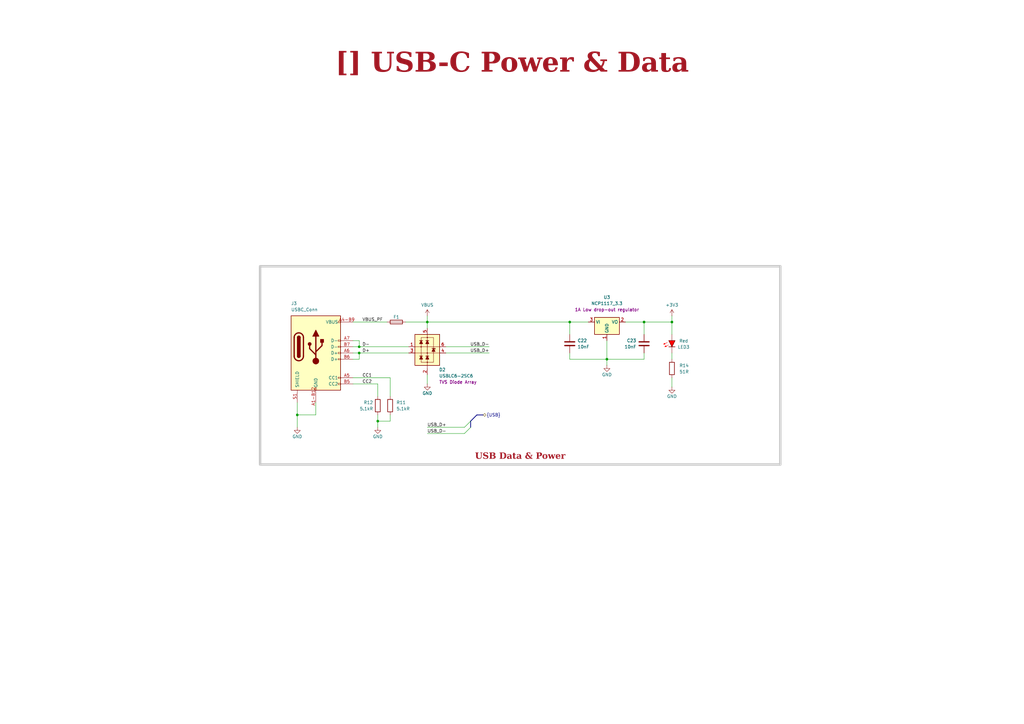
<source format=kicad_sch>
(kicad_sch (version 20250114) (generator "eeschema") (generator_version "9.0")
  (paper "A3")
  (title_block (title "USB-C Power & Data") (date "2026-01-04") (rev "${REVISION}") (company "${COMPANY}") (comment 1 "GRID - mil (1.27mm, 2.54mm)"))
  (lib_symbols
    (symbol "0_Connectors:USB4105-GF-A" (pin_names (offset 1.016))
      (property "Reference" "J" (at 10.16 34.544 0))
      (property "Value" "USB4105-GF-A" (at 10.16 32.004 0))
      (symbol "USB4105-GF-A_0_0"
        (rectangle (start 9.906 0) (end 10.414 1.016))
        (rectangle (start 19.304 28.194) (end 20.32 27.686))
        (rectangle (start 20.32 20.574) (end 19.304 20.066))
        (rectangle (start 20.32 18.034) (end 19.304 17.526))
        (rectangle (start 20.32 15.494) (end 19.304 14.986))
        (rectangle (start 20.32 12.954) (end 19.304 12.446))
        (rectangle (start 20.32 5.334) (end 19.304 4.826))
        (rectangle (start 20.32 2.794) (end 19.304 2.286))
      )
      (symbol "USB4105-GF-A_0_1"
        (rectangle (start 0 30.48) (end 20.32 0) (stroke (width 0.254)) (fill (type background)))
        (polyline (pts (xy 1.27 13.97) (xy 1.27 21.59)) (stroke (width 0.508)))
        (rectangle (start 2.54 13.97) (end 3.81 21.59) (stroke (width 0.254)) (fill (type outline)))
        (arc (start 2.54 21.59) (mid 3.175 22.2223) (end 3.81 21.59) (stroke (width 0.254)))
        (arc (start 2.54 21.59) (mid 3.175 22.2223) (end 3.81 21.59) (stroke (width 0.254)) (fill (type outline)))
        (arc (start 1.27 21.59) (mid 3.175 23.4867) (end 5.08 21.59) (stroke (width 0.508)))
        (arc (start 5.08 13.97) (mid 3.175 12.0733) (end 1.27 13.97) (stroke (width 0.508)))
        (arc (start 3.81 13.97) (mid 3.175 13.3377) (end 2.54 13.97) (stroke (width 0.254)))
        (arc (start 3.81 13.97) (mid 3.175 13.3377) (end 2.54 13.97) (stroke (width 0.254)) (fill (type outline)))
        (polyline (pts (xy 5.08 21.59) (xy 5.08 13.97)) (stroke (width 0.508)))
        (circle (center 7.62 18.923) (radius 0.635) (stroke (width 0.254)) (fill (type outline)))
        (polyline (pts (xy 8.89 22.098) (xy 10.16 24.638) (xy 11.43 22.098) (xy 8.89 22.098)) (stroke (width 0.254)) (fill (type outline)))
        (polyline (pts (xy 10.16 15.748) (xy 12.7 18.288) (xy 12.7 19.558)) (stroke (width 0.508)))
        (polyline (pts (xy 10.16 14.478) (xy 7.62 17.018) (xy 7.62 18.288)) (stroke (width 0.508)))
        (polyline (pts (xy 10.16 11.938) (xy 10.16 22.098)) (stroke (width 0.508)))
        (circle (center 10.16 11.938) (radius 1.27) (fill (type outline)))
        (rectangle (start 12.065 19.558) (end 13.335 20.828) (stroke (width 0.254)) (fill (type outline)))
      )
      (symbol "USB4105-GF-A_1_1"
        (pin passive line (at 2.54 -5.08 90) (length 5.08) (name "SHIELD") (number "S1"))
        (pin passive line (at 10.16 -5.08 90) (length 5.08) (name "GND") (number "A1-B12"))
        (pin passive line (at 10.16 -5.08 90) (length 5.08) (hide yes) (name "GND") (number "B1-A12"))
        (pin passive line (at 25.4 27.94 180) (length 5.08) (name "VBUS") (number "A4-B9"))
        (pin passive line (at 25.4 27.94 180) (length 5.08) (hide yes) (name "VBUS") (number "B4-A9"))
        (pin bidirectional line (at 25.4 20.32 180) (length 5.08) (name "D-") (number "A7"))
        (pin bidirectional line (at 25.4 17.78 180) (length 5.08) (name "D-") (number "B7"))
        (pin bidirectional line (at 25.4 15.24 180) (length 5.08) (name "D+") (number "A6"))
        (pin bidirectional line (at 25.4 12.7 180) (length 5.08) (name "D+") (number "B6"))
        (pin no_connect line (at 25.4 10.16 180) (length 5.08) (hide yes) (name "SBU1") (number "A8"))
        (pin no_connect line (at 25.4 7.62 180) (length 5.08) (hide yes) (name "SBU2") (number "B8"))
        (pin bidirectional line (at 25.4 5.08 180) (length 5.08) (name "CC1") (number "A5"))
        (pin bidirectional line (at 25.4 2.54 180) (length 5.08) (name "CC2") (number "B5"))
      )
    )
    (symbol "0_Passives:C" (pin_numbers (hide yes)) (pin_names (offset 0.254))
      (property "Reference" "C" (at 0.635 8.255 0))
      (property "Value" "C" (at 0.635 5.715 0))
      (symbol "C_0_1"
        (polyline (pts (xy 3.048 -2.032) (xy 3.048 2.032)) (stroke (width 0.508)))
        (polyline (pts (xy 4.572 -2.032) (xy 4.572 2.032)) (stroke (width 0.508)))
      )
      (symbol "C_0_2"
        (polyline (pts (xy -2.54 -2.54) (xy -0.381 -0.381)))
        (polyline (pts (xy -0.508 -0.508) (xy -1.651 0.635)) (stroke (width 0.508)))
        (polyline (pts (xy -0.508 -0.508) (xy 0.635 -1.651)) (stroke (width 0.508)))
        (polyline (pts (xy 0.381 0.381) (xy 2.54 2.54)))
        (polyline (pts (xy 0.508 0.508) (xy -0.635 1.651)) (stroke (width 0.508)))
        (polyline (pts (xy 0.508 0.508) (xy 1.651 -0.635)) (stroke (width 0.508)))
      )
      (symbol "C_1_1"
        (pin passive line (at 0 0 0) (length 2.794) (name "~") (number "1"))
        (pin passive line (at 7.62 0 180) (length 2.794) (name "~") (number "2"))
      )
      (symbol "C_1_2"
        (pin passive line (at -2.54 -2.54 90) (length 0) (name "~") (number "2"))
        (pin passive line (at 2.54 2.54 270) (length 0) (name "~") (number "1"))
      )
    )
    (symbol "0_Passives:Fuse" (pin_numbers (hide yes)) (pin_names (offset 0))
      (property "Reference" "F" (at 3.81 2.032 0))
      (property "Value" "Fuse" (at 3.81 -1.905 0))
      (symbol "Fuse_0_1"
        (polyline (pts (xy 1.27 0) (xy 6.35 0)))
        (rectangle (start 6.35 -0.762) (end 1.27 0.762) (stroke (width 0.254)))
      )
      (symbol "Fuse_1_1"
        (pin passive line (at 0 0 0) (length 1.27) (name "~") (number "1"))
        (pin passive line (at 7.62 0 180) (length 1.27) (name "~") (number "2"))
      )
    )
    (symbol "0_Passives:LED_R" (pin_numbers (hide yes)) (pin_names (offset 1.016) (hide yes))
      (property "Reference" "LED" (at 1.27 7.62 0))
      (property "Value" "Red" (at 1.27 5.08 0))
      (symbol "LED_R_0_1"
        (polyline (pts (xy 2.54 1.27) (xy 2.54 -1.27) (xy 5.08 0) (xy 2.54 1.27)) (stroke (width 0.254)) (fill (type color) (color 255 0 0 1)))
        (polyline (pts (xy 3.302 1.905) (xy 4.064 3.429)) (stroke (width 0.1524) (color 255 0 0 1)))
        (polyline (pts (xy 4.064 2.794) (xy 3.556 3.048) (xy 4.064 3.429) (xy 4.064 2.794)) (stroke (width 0) (color 255 0 0 1)) (fill (type outline)))
        (polyline (pts (xy 4.318 1.397) (xy 5.08 2.921)) (stroke (width 0.1524) (color 255 0 0 1)))
        (polyline (pts (xy 5.08 2.286) (xy 4.572 2.54) (xy 5.08 2.921) (xy 5.08 2.286)) (stroke (width 0.1524) (color 255 0 0 1)) (fill (type outline)))
        (polyline (pts (xy 5.08 1.27) (xy 5.08 -1.27)) (stroke (width 0.254)))
      )
      (symbol "LED_R_1_1"
        (pin passive line (at 0 0 0) (length 2.54) (name "A") (number "2"))
        (pin passive line (at 7.62 0 180) (length 2.54) (name "K") (number "1"))
      )
    )
    (symbol "0_Passives:R" (pin_numbers (hide yes)) (pin_names (offset 0))
      (property "Reference" "R" (at 0 7.62 0))
      (property "Value" "R" (at 0 5.08 0))
      (symbol "R_0_1"
        (rectangle (start 1.27 -1.016) (end 6.35 1.016) (stroke (width 0.254)))
      )
      (symbol "R_0_2"
        (polyline (pts (xy -2.54 -2.54) (xy -1.524 -1.524)))
        (polyline (pts (xy 1.524 1.524) (xy 2.54 2.54)))
        (polyline (pts (xy 1.524 1.524) (xy 0.889 2.159) (xy -2.159 -0.889) (xy -0.889 -2.159) (xy 2.159 0.889) (xy 1.524 1.524)) (stroke (width 0.254)))
      )
      (symbol "R_1_1"
        (pin passive line (at 0 0 0) (length 1.27) (name "~") (number "1"))
        (pin passive line (at 7.62 0 180) (length 1.27) (name "~") (number "2"))
      )
      (symbol "R_1_2"
        (pin passive line (at -2.54 -2.54 0) (length 0) (name "") (number "2"))
        (pin passive line (at 2.54 2.54 180) (length 0) (name "") (number "1"))
      )
    )
    (symbol "0_Passives:USBLC6-2SC6" (pin_names (offset 1.016) (hide yes))
      (property "Reference" "D" (at 11.43 13.97 0))
      (property "Value" "USBLC6-2SC6" (at 11.43 11.43 0))
      (symbol "USBLC6-2SC6_0_1"
        (rectangle (start 0 12.7) (end 10.16 0) (stroke (width 0.254)) (fill (type background)))
        (polyline (pts (xy 0 7.62) (xy 10.16 7.62)))
        (polyline (pts (xy 0 5.08) (xy 10.16 5.08)))
        (polyline (pts (xy 2.54 10.16) (xy 3.175 8.89) (xy 1.905 8.89) (xy 2.54 10.16)) (stroke (width 0.254)) (fill (type outline)))
        (polyline (pts (xy 2.54 3.81) (xy 3.175 2.54) (xy 1.905 2.54) (xy 2.54 3.81)) (stroke (width 0.254)) (fill (type outline)))
        (polyline (pts (xy 2.54 1.27) (xy 2.54 8.89)))
        (polyline (pts (xy 2.54 1.27) (xy 2.54 1.27) (xy 7.62 1.27) (xy 7.62 4.445)))
        (polyline (pts (xy 3.175 10.16) (xy 1.905 10.16)) (stroke (width 0.254)))
        (polyline (pts (xy 3.175 3.81) (xy 1.905 3.81)) (stroke (width 0.254)))
        (polyline (pts (xy 5.08 12.7) (xy 5.08 11.43)))
        (polyline (pts (xy 5.08 10.16) (xy 5.08 11.43)))
        (polyline (pts (xy 5.08 10.16) (xy 5.715 8.89) (xy 4.445 8.89) (xy 5.08 10.16)) (stroke (width 0.254)) (fill (type outline)))
        (polyline (pts (xy 5.08 8.89) (xy 5.08 3.81)))
        (polyline (pts (xy 5.08 6.35) (xy 5.08 8.89)))
        (polyline (pts (xy 5.08 3.81) (xy 5.715 2.54) (xy 4.445 2.54) (xy 5.08 3.81)) (stroke (width 0.254)) (fill (type outline)))
        (polyline (pts (xy 5.08 0) (xy 5.08 1.27)))
        (polyline (pts (xy 5.08 -1.27) (xy 5.08 0)))
        (polyline (pts (xy 5.715 10.16) (xy 4.445 10.16)) (stroke (width 0.254)))
        (polyline (pts (xy 5.715 3.81) (xy 4.445 3.81)) (stroke (width 0.254)))
        (polyline (pts (xy 7.62 6.985) (xy 7.62 11.43) (xy 2.54 11.43) (xy 2.54 10.16)))
        (polyline (pts (xy 7.62 6.985) (xy 8.255 5.715) (xy 6.985 5.715) (xy 7.62 6.985)) (stroke (width 0.254)) (fill (type outline)))
        (polyline (pts (xy 8.255 6.985) (xy 6.985 6.985)) (stroke (width 0.254)))
      )
      (symbol "USBLC6-2SC6_1_1"
        (circle (center 2.54 7.62) (radius 0.1778) (fill (type outline)))
        (circle (center 5.08 11.43) (radius 0.1778) (fill (type outline)))
        (polyline (pts (xy 5.08 7.62) (xy 5.08 10.16)))
        (circle (center 5.08 5.08) (radius 0.1778) (fill (type outline)))
        (polyline (pts (xy 5.08 1.27) (xy 5.08 3.81)))
        (circle (center 5.08 1.27) (radius 0.1778) (fill (type outline)))
        (polyline (pts (xy 7.62 4.445) (xy 7.62 6.985)))
        (polyline (pts (xy 8.255 6.985) (xy 8.255 6.604)) (stroke (width 0.254)))
        (pin passive line (at -2.54 7.62 0) (length 2.54) (name "L1") (number "1"))
        (pin passive line (at -2.54 5.08 0) (length 2.54) (name "L2") (number "3"))
        (pin passive line (at 5.08 15.24 270) (length 2.54) (name "VP") (number "5"))
        (pin passive line (at 5.08 -3.81 90) (length 2.54) (name "VN") (number "2"))
        (pin passive line (at 12.7 7.62 180) (length 2.54) (name "L1") (number "6"))
        (pin passive line (at 12.7 5.08 180) (length 2.54) (name "L2") (number "4"))
      )
    )
    (symbol "0_Power:NCP1117-3.3"
      (property "Reference" "U" (at 3.81 3.175 0))
      (property "Value" "NCP1117-3.3" (at 7.62 3.175 0))
      (symbol "NCP1117-3.3_0_1"
        (rectangle (start 2.54 -5.08) (end 12.7 1.905) (stroke (width 0.254)) (fill (type background)))
      )
      (symbol "NCP1117-3.3_1_1"
        (pin power_in line (at 0 0 0) (length 2.54) (name "VI") (number "3"))
        (pin power_in line (at 7.62 -7.62 90) (length 2.54) (name "GND") (number "1"))
        (pin power_out line (at 15.24 0 180) (length 2.54) (name "VO") (number "2"))
      )
    )
    (symbol "Library:+3V3" (power) (pin_numbers (hide yes)) (pin_names (offset 0) (hide yes))
      (property "Value" "+3V3" (at 0 3.556 0))
      (symbol "+3V3_0_1"
        (polyline (pts (xy -0.762 1.27) (xy 0 2.54)))
        (polyline (pts (xy 0 2.54) (xy 0.762 1.27)))
        (polyline (pts (xy 0 0) (xy 0 2.54)))
      )
      (symbol "+3V3_1_1"
        (pin power_in line (at 0 0 90) (length 0) (name "~") (number "1"))
      )
    )
    (symbol "Library:GND" (power) (pin_numbers (hide yes)) (pin_names (offset 0) (hide yes))
      (property "Value" "GND" (at 0 -3.81 0))
      (symbol "GND_0_1"
        (polyline (pts (xy 0 0) (xy 0 -1.27) (xy 1.27 -1.27) (xy 0 -2.54) (xy -1.27 -1.27) (xy 0 -1.27)))
      )
      (symbol "GND_1_1"
        (pin power_in line (at 0 0 270) (length 0) (name "~") (number "1"))
      )
    )
    (symbol "Library:VBUS" (power) (pin_numbers (hide yes)) (pin_names (offset 0) (hide yes))
      (property "Value" "VBUS" (at 0 3.556 0))
      (symbol "VBUS_0_1"
        (polyline (pts (xy -0.762 1.27) (xy 0 2.54)))
        (polyline (pts (xy 0 2.54) (xy 0.762 1.27)))
        (polyline (pts (xy 0 0) (xy 0 2.54)))
      )
      (symbol "VBUS_1_1"
        (pin power_in line (at 0 0 90) (length 0) (name "~") (number "1"))
      )
    )
  )
  (rectangle (start 106.68 109.22) (end 320.04 190.5) (stroke (width 1) (color 200 200 200 1)))
  (text_box "[${#}] ${TITLE}" (at 12.065 12.065 0) (size 396 28) (margins 5.9999 5.9999 5.9999 5.9999) (stroke (width -0.0001)) (effects (font (size 8 8) (thickness 1.2) (bold yes))))
  (text_box "USB Data & Power" (at 106.68 180.975 0) (size 213.36 9.525) (margins 1.9049 1.9049 1.9049 1.9049) (stroke (width -0.0001)) (effects (font (size 2.54 2.54) (thickness 0.508) (bold yes)) (justify bottom)))
  (junction (at 147.32 144.78))
  (junction (at 121.92 170.18))
  (junction (at 264.16 132.08))
  (junction (at 233.68 132.08))
  (junction (at 154.94 172.72))
  (junction (at 275.59 132.08))
  (junction (at 248.92 147.32))
  (junction (at 147.32 142.24))
  (junction (at 175.26 132.08))
  (bus_entry (at 190.5 175.26) (size 2.54 -2.54))
  (bus_entry (at 190.5 177.8) (size 2.54 -2.54))
  (wire (pts (xy 147.32 144.78) (xy 144.78 144.78)))
  (wire (pts (xy 190.5 177.8) (xy 175.26 177.8)))
  (wire (pts (xy 160.02 154.94) (xy 160.02 162.56)))
  (wire (pts (xy 147.32 142.24) (xy 144.78 142.24)))
  (wire (pts (xy 129.54 170.18) (xy 121.92 170.18)))
  (wire (pts (xy 233.68 144.78) (xy 233.68 147.32)))
  (wire (pts (xy 190.5 175.26) (xy 175.26 175.26)))
  (wire (pts (xy 121.92 170.18) (xy 121.92 175.26)))
  (wire (pts (xy 256.54 132.08) (xy 264.16 132.08)))
  (wire (pts (xy 264.16 147.32) (xy 248.92 147.32)))
  (wire (pts (xy 233.68 147.32) (xy 248.92 147.32)))
  (wire (pts (xy 144.78 154.94) (xy 160.02 154.94)))
  (wire (pts (xy 275.59 137.16) (xy 275.59 132.08)))
  (wire (pts (xy 147.32 144.78) (xy 167.64 144.78)))
  (wire (pts (xy 233.68 132.08) (xy 241.3 132.08)))
  (wire (pts (xy 264.16 132.08) (xy 275.59 132.08)))
  (wire (pts (xy 275.59 132.08) (xy 275.59 129.54)))
  (wire (pts (xy 264.16 132.08) (xy 264.16 137.16)))
  (wire (pts (xy 248.92 139.7) (xy 248.92 147.32)))
  (wire (pts (xy 144.78 147.32) (xy 147.32 147.32)))
  (wire (pts (xy 275.59 154.94) (xy 275.59 158.75)))
  (wire (pts (xy 144.78 157.48) (xy 154.94 157.48)))
  (wire (pts (xy 147.32 142.24) (xy 147.32 139.7)))
  (wire (pts (xy 147.32 147.32) (xy 147.32 144.78)))
  (wire (pts (xy 160.02 172.72) (xy 154.94 172.72)))
  (wire (pts (xy 144.78 139.7) (xy 147.32 139.7)))
  (wire (pts (xy 175.26 132.08) (xy 233.68 132.08)))
  (wire (pts (xy 248.92 147.32) (xy 248.92 149.86)))
  (wire (pts (xy 154.94 170.18) (xy 154.94 172.72)))
  (wire (pts (xy 182.88 142.24) (xy 200.66 142.24)))
  (wire (pts (xy 275.59 144.78) (xy 275.59 147.32)))
  (wire (pts (xy 233.68 132.08) (xy 233.68 137.16)))
  (wire (pts (xy 264.16 144.78) (xy 264.16 147.32)))
  (wire (pts (xy 175.26 132.08) (xy 175.26 134.62)))
  (wire (pts (xy 144.78 132.08) (xy 158.75 132.08)))
  (wire (pts (xy 147.32 142.24) (xy 167.64 142.24)))
  (wire (pts (xy 175.26 153.67) (xy 175.26 157.48)))
  (bus (pts (xy 198.12 170.18) (xy 195.58 170.18)))
  (wire (pts (xy 121.92 165.1) (xy 121.92 170.18)))
  (wire (pts (xy 166.37 132.08) (xy 175.26 132.08)))
  (bus (pts (xy 193.04 172.72) (xy 193.04 175.26)))
  (wire (pts (xy 154.94 172.72) (xy 154.94 175.26)))
  (wire (pts (xy 160.02 170.18) (xy 160.02 172.72)))
  (wire (pts (xy 129.54 165.1) (xy 129.54 170.18)))
  (wire (pts (xy 154.94 157.48) (xy 154.94 162.56)))
  (wire (pts (xy 175.26 132.08) (xy 175.26 129.54)))
  (bus (pts (xy 193.04 172.72) (xy 195.58 170.18)))
  (wire (pts (xy 182.88 144.78) (xy 200.66 144.78)))
  (label "VBUS_PF" (at 148.59 132.08 0))
  (label "D-" (at 148.59 142.24 0))
  (label "CC2" (at 148.59 157.48 0))
  (label "CC1" (at 148.59 154.94 0))
  (label "USB_D-" (at 200.66 142.24 180))
  (label "USB_D+" (at 175.26 175.26 0))
  (label "D+" (at 148.59 144.78 0))
  (label "USB_D-" (at 175.26 177.8 0))
  (label "USB_D+" (at 200.66 144.78 180))
  (hierarchical_label "{USB}" (shape bidirectional) (at 198.12 170.18 0))
  (symbol (lib_id "0_Passives:USBLC6-2SC6") (at 170.18 149.86 0) (unit 1)
    (property "Reference" "D2" (at 180.086 151.638 0) (effects (justify left)))
    (property "Value" "USBLC6-2SC6" (at 180.086 154.178 0) (effects (justify left)))
    (property "Footprint" "0_Passives:SOT-23-6" (effects (hide yes)))
    (property "Datasheet" "https://www.tme.eu/Document/db59d28d28a96c34f26d05f234ff409c/USBLC6-2.pdf" (effects (hide yes)))
    (property "Description" "TVS Diode Array" (at 180.086 156.718 0) (effects (justify left)))
    (property "MPN" "USBLC6-2SC6" (effects (hide yes)))
    (property "Supplier Link" "https://uk.farnell.com/stmicroelectronics/usblc6-2sc6/esd-protection-17v-sot-23/dp/1269406" (effects (hide yes)))
  )
  (symbol (lib_id "Library:GND") (at 175.26 157.48 0) (unit 1)
    (property "Reference" "#PWR0506" (effects (hide yes)))
    (property "Value" "GND" (at 175.26 161.29 0))
    (property "Description" "Power symbol creates a global label with name \"GND\" , ground" (effects (hide yes)))
  )
  (symbol (lib_id "0_Passives:C") (at 233.68 144.78 270) (mirror x) (unit 1)
    (property "Reference" "C22" (at 236.855 139.7 90) (effects (justify left)))
    (property "Value" "10nF" (at 236.855 142.24 90) (effects (justify left)))
    (property "Footprint" "0_Capacitors:C_0603_1608_DensityHigh" (effects (hide yes)))
    (property "Description" "SMD 0402 MLCC capacitor, Alternate KiCad Library" (effects (hide yes)))
  )
  (symbol (lib_id "Library:VBUS") (at 175.26 129.54 0) (unit 1)
    (property "Reference" "#PWR0501" (effects (hide yes)))
    (property "Value" "VBUS" (at 175.26 125.095 0))
    (property "Description" "Power symbol creates a global label with name \"VBUS\"" (effects (hide yes)))
  )
  (symbol (lib_id "Library:GND") (at 248.92 149.86 0) (unit 1)
    (property "Reference" "#PWR0505" (effects (hide yes)))
    (property "Value" "GND" (at 248.92 153.67 0))
    (property "Description" "Power symbol creates a global label with name \"GND\" , ground" (effects (hide yes)))
  )
  (symbol (lib_id "0_Passives:R") (at 154.94 170.18 90) (unit 1)
    (property "Reference" "R12" (at 153.035 165.1 90) (effects (justify left)))
    (property "Value" "5.1kR" (at 153.035 167.64 90) (effects (justify left)))
    (property "Footprint" "0_Resistors:R_0603_1608_DensityHigh" (effects (hide yes)))
    (property "Description" "SMD 0402 Chip Resistor, European Symbol, Alternate KiCad Library" (effects (hide yes)))
  )
  (symbol (lib_id "Library:GND") (at 154.94 175.26 0) (unit 1)
    (property "Reference" "#PWR0509" (effects (hide yes)))
    (property "Value" "GND" (at 154.94 179.07 0))
    (property "Description" "Power symbol creates a global label with name \"GND\" , ground" (effects (hide yes)))
  )
  (symbol (lib_id "0_Passives:R") (at 275.59 154.94 90) (unit 1)
    (property "Reference" "R14" (at 280.58 149.93 90))
    (property "Value" "51R" (at 280.58 152.47 90))
    (property "Footprint" "0_Resistors:R_0603_1608_DensityHigh" (effects (hide yes)))
    (property "Description" "SMD 0603 Chip Resistor" (effects (hide yes)))
    (property "MPN" "0603WAF510JT5E" (effects (hide yes)))
    (property "JLC Part Number" "C23197" (effects (hide yes)))
    (property "JLC Price" "0.0008" (effects (hide yes)))
  )
  (symbol (lib_id "Library:+3V3") (at 275.59 129.54 0) (unit 1)
    (property "Reference" "#PWR0503" (effects (hide yes)))
    (property "Value" "+3V3" (at 275.59 125.095 0))
    (property "Description" "Power symbol creates a global label with name \"+3V3\"" (effects (hide yes)))
  )
  (symbol (lib_id "0_Connectors:USB4105-GF-A") (at 119.38 160.02 0) (unit 1)
    (property "Reference" "J3" (at 119.38 124.46 0) (effects (justify left)))
    (property "Value" "USBC_Conn" (at 119.38 127 0) (effects (justify left)))
    (property "Footprint" "0_Connectors:USB4105_GCT" (effects (hide yes)))
    (property "Datasheet" "https://www.usb.org/sites/default/files/documents/usb_type-c.zip" (effects (hide yes)))
    (property "Description" "USB 2.0-only 16P Type-C Receptacle connector" (effects (hide yes)))
    (property "MPN" "USB4085-GF-A" (effects (hide yes)))
    (property "Supplier Link" "https://uk.farnell.com/gct-global-connector-technology/usb4085-gf-a/usb-conn-2-0-type-c-r-a-rcpt-16pos/dp/2924867" (effects (hide yes)))
  )
  (symbol (lib_id "Library:GND") (at 121.92 175.26 0) (unit 1)
    (property "Reference" "#PWR0508" (effects (hide yes)))
    (property "Value" "GND" (at 121.92 179.07 0))
    (property "Description" "Power symbol creates a global label with name \"GND\" , ground" (effects (hide yes)))
  )
  (symbol (lib_id "Library:GND") (at 275.59 158.75 0) (unit 1)
    (property "Reference" "#PWR0507" (effects (hide yes)))
    (property "Value" "GND" (at 275.59 162.56 0))
    (property "Description" "Power symbol creates a global label with name \"GND\" , ground" (effects (hide yes)))
  )
  (symbol (lib_id "0_Passives:C") (at 264.16 137.16 270) (unit 1)
    (property "Reference" "C23" (at 260.985 139.7 90) (effects (justify right)))
    (property "Value" "10nF" (at 260.985 142.24 90) (effects (justify right)))
    (property "Footprint" "0_Capacitors:C_0603_1608_DensityHigh" (effects (hide yes)))
    (property "Description" "SMD 0402 MLCC capacitor, Alternate KiCad Library" (effects (hide yes)))
  )
  (symbol (lib_id "0_Passives:R") (at 160.02 162.56 90) (mirror x) (unit 1)
    (property "Reference" "R11" (at 162.56 165.1 90) (effects (justify right)))
    (property "Value" "5.1kR" (at 162.56 167.64 90) (effects (justify right)))
    (property "Footprint" "0_Resistors:R_0603_1608_DensityHigh" (effects (hide yes)))
    (property "Description" "SMD 0402 Chip Resistor, European Symbol, Alternate KiCad Library" (effects (hide yes)))
  )
  (symbol (lib_id "0_Power:NCP1117-3.3") (at 241.3 132.08 0) (unit 1)
    (property "Reference" "U3" (at 248.92 121.92 0))
    (property "Value" "NCP1117_3.3" (at 248.92 124.46 0))
    (property "Footprint" "0_Power:SOT-223-3_TabPin2" (effects (hide yes)))
    (property "Datasheet" "http://www.onsemi.com/pub_link/Collateral/NCP1117-D.PDF" (effects (hide yes)))
    (property "Description" "1A Low drop-out regulator" (at 248.92 127 0))
    (property "MPN" "NCP1117LPST33T3G" (effects (hide yes)))
    (property "Supplier Link" "https://uk.farnell.com/on-semiconductor/ncp1117lpst33t3g/ldo-fixed-3-3v-1a-sot-223-3/dp/2534283" (effects (hide yes)))
  )
  (symbol (lib_id "0_Passives:Fuse") (at 166.37 132.08 180) (unit 1)
    (property "Reference" "F1" (at 162.56 130.048 0))
    (property "Value" "Fuse" (effects (hide yes)))
    (property "Footprint" "0_Passives:Fuse_2512_6332Metric" (effects (hide yes)))
    (property "Description" "Fuse" (effects (hide yes)))
  )
  (symbol (lib_id "0_Passives:LED_R") (at 275.59 137.16 90) (mirror x) (unit 1)
    (property "Reference" "LED3" (at 280.4 142.35 90))
    (property "Value" "Red" (at 280.4 139.81 90))
    (property "Footprint" "0_Passives:LED_0603_1608Metric" (effects (hide yes)))
    (property "MPN" " KT-0603R" (effects (hide yes)))
    (property "JLC Part Number" " C2286" (effects (hide yes)))
    (property "JLC Price" "0.004" (effects (hide yes)))
  )
)
</source>
